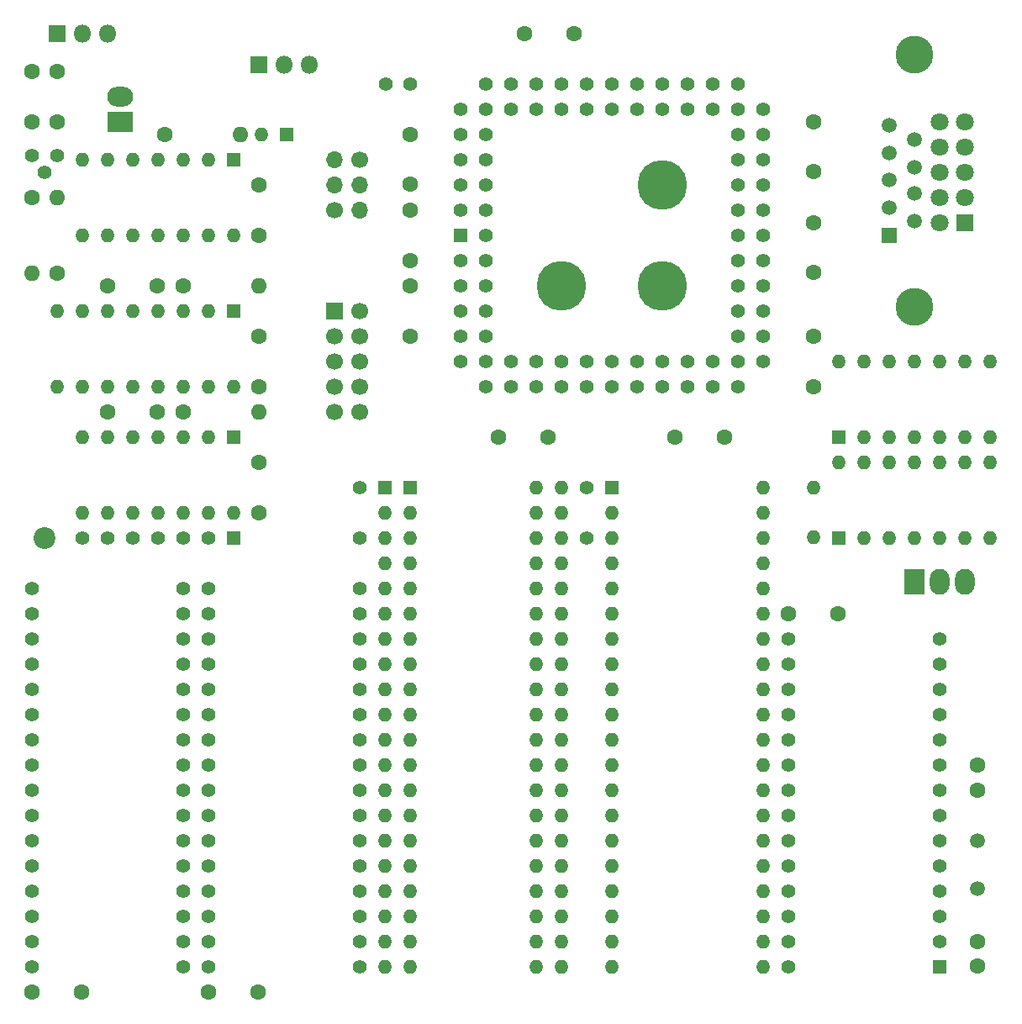
<source format=gbr>
%TF.GenerationSoftware,KiCad,Pcbnew,5.1.5*%
%TF.CreationDate,2020-05-07T02:59:33+02:00*%
%TF.ProjectId,superpet,73757065-7270-4657-942e-6b696361645f,rev?*%
%TF.SameCoordinates,PX2edf448PY2f17140*%
%TF.FileFunction,Soldermask,Top*%
%TF.FilePolarity,Negative*%
%FSLAX46Y46*%
G04 Gerber Fmt 4.6, Leading zero omitted, Abs format (unit mm)*
G04 Created by KiCad (PCBNEW 5.1.5) date 2020-05-07 02:59:33*
%MOMM*%
%LPD*%
G04 APERTURE LIST*
%ADD10C,5.000000*%
%ADD11O,1.800000X1.800000*%
%ADD12R,1.800000X1.800000*%
%ADD13R,1.422400X1.422400*%
%ADD14O,1.422400X1.422400*%
%ADD15C,3.810000*%
%ADD16R,1.520000X1.520000*%
%ADD17C,1.520000*%
%ADD18C,1.422400*%
%ADD19R,1.700000X1.700000*%
%ADD20C,1.700000*%
%ADD21C,1.400000*%
%ADD22C,1.500000*%
%ADD23R,2.600000X2.000000*%
%ADD24O,2.600000X2.000000*%
%ADD25C,1.600000*%
%ADD26O,1.600000X1.600000*%
%ADD27C,2.200000*%
%ADD28O,1.700000X1.700000*%
%ADD29C,1.800000*%
%ADD30O,2.000000X2.600000*%
%ADD31R,2.000000X2.600000*%
G04 APERTURE END LIST*
D10*
X65151000Y-26822400D03*
X65151000Y-16662400D03*
X54991000Y-26822400D03*
D11*
X9271000Y-1422400D03*
X6731000Y-1422400D03*
D12*
X4191000Y-1422400D03*
D13*
X82931000Y-42062400D03*
D14*
X98171000Y-34442400D03*
X85471000Y-42062400D03*
X95631000Y-34442400D03*
X88011000Y-42062400D03*
X93091000Y-34442400D03*
X90551000Y-42062400D03*
X90551000Y-34442400D03*
X93091000Y-42062400D03*
X88011000Y-34442400D03*
X95631000Y-42062400D03*
X85471000Y-34442400D03*
X98171000Y-42062400D03*
X82931000Y-34442400D03*
D15*
X90551000Y-28994100D03*
X90551000Y-3594100D03*
D16*
X88011000Y-21754100D03*
D17*
X88011000Y-18964100D03*
X88011000Y-16164100D03*
X88011000Y-13504100D03*
X88011000Y-10704100D03*
X90551000Y-12104100D03*
X90551000Y-14894100D03*
X90551000Y-17564100D03*
X90551000Y-20354100D03*
D18*
X47371000Y-21742400D03*
X47371000Y-24282400D03*
X47371000Y-26822400D03*
X47371000Y-29362400D03*
X47371000Y-31902400D03*
X47371000Y-19202400D03*
X47371000Y-16662400D03*
X47371000Y-14122400D03*
X47371000Y-11582400D03*
X47371000Y-9042400D03*
X47371000Y-6502400D03*
D13*
X44831000Y-21742400D03*
D18*
X44831000Y-24282400D03*
X44831000Y-26822400D03*
X44831000Y-29362400D03*
X44831000Y-31902400D03*
X44831000Y-34442400D03*
X44831000Y-19202400D03*
X44831000Y-16662400D03*
X44831000Y-14122400D03*
X44831000Y-11582400D03*
X44831000Y-9042400D03*
X47371000Y-34442400D03*
X49911000Y-34442400D03*
X52451000Y-34442400D03*
X54991000Y-34442400D03*
X57531000Y-34442400D03*
X60071000Y-34442400D03*
X62611000Y-34442400D03*
X65151000Y-34442400D03*
X67691000Y-34442400D03*
X70231000Y-34442400D03*
X47371000Y-36982400D03*
X49911000Y-36982400D03*
X52451000Y-36982400D03*
X54991000Y-36982400D03*
X57531000Y-36982400D03*
X60071000Y-36982400D03*
X62611000Y-36982400D03*
X65151000Y-36982400D03*
X67691000Y-36982400D03*
X70231000Y-36982400D03*
X72771000Y-36982400D03*
X72771000Y-34442400D03*
X72771000Y-31902400D03*
X72771000Y-29362400D03*
X72771000Y-26822400D03*
X72771000Y-24282400D03*
X72771000Y-21742400D03*
X72771000Y-19202400D03*
X72771000Y-16662400D03*
X72771000Y-14122400D03*
X72771000Y-11582400D03*
X75311000Y-34442400D03*
X75311000Y-31902400D03*
X75311000Y-29362400D03*
X75311000Y-26822400D03*
X75311000Y-24282400D03*
X75311000Y-21742400D03*
X75311000Y-19202400D03*
X75311000Y-16662400D03*
X75311000Y-14122400D03*
X75311000Y-11582400D03*
X75311000Y-9042400D03*
X72771000Y-9042400D03*
X70231000Y-9042400D03*
X67691000Y-9042400D03*
X65151000Y-9042400D03*
X62611000Y-9042400D03*
X60071000Y-9042400D03*
X57531000Y-9042400D03*
X54991000Y-9042400D03*
X52451000Y-9042400D03*
X49911000Y-9042400D03*
X72771000Y-6502400D03*
X70231000Y-6502400D03*
X67691000Y-6502400D03*
X65151000Y-6502400D03*
X62611000Y-6502400D03*
X60071000Y-6502400D03*
X57531000Y-6502400D03*
X54991000Y-6502400D03*
X52451000Y-6502400D03*
X49911000Y-6502400D03*
D19*
X32131000Y-29362400D03*
D20*
X34671000Y-29362400D03*
X32131000Y-31902400D03*
X34671000Y-31902400D03*
X32131000Y-34442400D03*
X34671000Y-34442400D03*
X32131000Y-36982400D03*
X34671000Y-36982400D03*
X32131000Y-39522400D03*
X34671000Y-39522400D03*
D13*
X37211000Y-47142400D03*
D14*
X52451000Y-95402400D03*
X37211000Y-49682400D03*
X52451000Y-92862400D03*
X37211000Y-52222400D03*
X52451000Y-90322400D03*
X37211000Y-54762400D03*
X52451000Y-87782400D03*
X37211000Y-57302400D03*
X52451000Y-85242400D03*
X37211000Y-59842400D03*
X52451000Y-82702400D03*
X37211000Y-62382400D03*
X52451000Y-80162400D03*
X37211000Y-64922400D03*
X52451000Y-77622400D03*
X37211000Y-67462400D03*
X52451000Y-75082400D03*
X37211000Y-70002400D03*
X52451000Y-72542400D03*
X37211000Y-72542400D03*
X52451000Y-70002400D03*
X37211000Y-75082400D03*
X52451000Y-67462400D03*
X37211000Y-77622400D03*
X52451000Y-64922400D03*
X37211000Y-80162400D03*
X52451000Y-62382400D03*
X37211000Y-82702400D03*
X52451000Y-59842400D03*
X37211000Y-85242400D03*
X52451000Y-57302400D03*
X37211000Y-87782400D03*
X52451000Y-54762400D03*
X37211000Y-90322400D03*
X52451000Y-52222400D03*
X37211000Y-92862400D03*
X52451000Y-49682400D03*
X37211000Y-95402400D03*
X52451000Y-47142400D03*
D13*
X39751000Y-47142400D03*
D14*
X54991000Y-95402400D03*
X39751000Y-49682400D03*
X54991000Y-92862400D03*
X39751000Y-52222400D03*
X54991000Y-90322400D03*
X39751000Y-54762400D03*
X54991000Y-87782400D03*
X39751000Y-57302400D03*
X54991000Y-85242400D03*
X39751000Y-59842400D03*
X54991000Y-82702400D03*
X39751000Y-62382400D03*
X54991000Y-80162400D03*
X39751000Y-64922400D03*
X54991000Y-77622400D03*
X39751000Y-67462400D03*
X54991000Y-75082400D03*
X39751000Y-70002400D03*
X54991000Y-72542400D03*
X39751000Y-72542400D03*
X54991000Y-70002400D03*
X39751000Y-75082400D03*
X54991000Y-67462400D03*
X39751000Y-77622400D03*
X54991000Y-64922400D03*
X39751000Y-80162400D03*
X54991000Y-62382400D03*
X39751000Y-82702400D03*
X54991000Y-59842400D03*
X39751000Y-85242400D03*
X54991000Y-57302400D03*
X39751000Y-87782400D03*
X54991000Y-54762400D03*
X39751000Y-90322400D03*
X54991000Y-52222400D03*
X39751000Y-92862400D03*
X54991000Y-49682400D03*
X39751000Y-95402400D03*
X54991000Y-47142400D03*
D13*
X60071000Y-47142400D03*
D14*
X75311000Y-95402400D03*
X60071000Y-49682400D03*
X75311000Y-92862400D03*
X60071000Y-52222400D03*
X75311000Y-90322400D03*
X60071000Y-54762400D03*
X75311000Y-87782400D03*
X60071000Y-57302400D03*
X75311000Y-85242400D03*
X60071000Y-59842400D03*
X75311000Y-82702400D03*
X60071000Y-62382400D03*
X75311000Y-80162400D03*
X60071000Y-64922400D03*
X75311000Y-77622400D03*
X60071000Y-67462400D03*
X75311000Y-75082400D03*
X60071000Y-70002400D03*
X75311000Y-72542400D03*
X60071000Y-72542400D03*
X75311000Y-70002400D03*
X60071000Y-75082400D03*
X75311000Y-67462400D03*
X60071000Y-77622400D03*
X75311000Y-64922400D03*
X60071000Y-80162400D03*
X75311000Y-62382400D03*
X60071000Y-82702400D03*
X75311000Y-59842400D03*
X60071000Y-85242400D03*
X75311000Y-57302400D03*
X60071000Y-87782400D03*
X75311000Y-54762400D03*
X60071000Y-90322400D03*
X75311000Y-52222400D03*
X60071000Y-92862400D03*
X75311000Y-49682400D03*
X60071000Y-95402400D03*
X75311000Y-47142400D03*
D13*
X21971000Y-29362400D03*
D14*
X4191000Y-36982400D03*
X19431000Y-29362400D03*
X6731000Y-36982400D03*
X16891000Y-29362400D03*
X9271000Y-36982400D03*
X14351000Y-29362400D03*
X11811000Y-36982400D03*
X11811000Y-29362400D03*
X14351000Y-36982400D03*
X9271000Y-29362400D03*
X16891000Y-36982400D03*
X6731000Y-29362400D03*
X19431000Y-36982400D03*
X4191000Y-29362400D03*
X21971000Y-36982400D03*
D13*
X21971000Y-14122400D03*
D14*
X6731000Y-21742400D03*
X19431000Y-14122400D03*
X9271000Y-21742400D03*
X16891000Y-14122400D03*
X11811000Y-21742400D03*
X14351000Y-14122400D03*
X14351000Y-21742400D03*
X11811000Y-14122400D03*
X16891000Y-21742400D03*
X9271000Y-14122400D03*
X19431000Y-21742400D03*
X6731000Y-14122400D03*
X21971000Y-21742400D03*
D21*
X2921000Y-15392400D03*
X1591000Y-13722400D03*
X4191000Y-13722400D03*
D22*
X96901000Y-82702400D03*
X96901000Y-87582400D03*
D13*
X21971000Y-42062400D03*
D14*
X6731000Y-49682400D03*
X19431000Y-42062400D03*
X9271000Y-49682400D03*
X16891000Y-42062400D03*
X11811000Y-49682400D03*
X14351000Y-42062400D03*
X14351000Y-49682400D03*
X11811000Y-42062400D03*
X16891000Y-49682400D03*
X9271000Y-42062400D03*
X19431000Y-49682400D03*
X6731000Y-42062400D03*
X21971000Y-49682400D03*
D23*
X10541000Y-10312400D03*
D24*
X10541000Y-7772400D03*
D25*
X16891000Y-39522400D03*
D26*
X24511000Y-39522400D03*
D25*
X16891000Y-26822400D03*
D26*
X24511000Y-26822400D03*
D25*
X4191000Y-25552400D03*
D26*
X4191000Y-17932400D03*
D25*
X1651000Y-17932400D03*
D26*
X1651000Y-25552400D03*
D27*
X2921000Y-52222400D03*
D20*
X32131000Y-19202400D03*
D28*
X32131000Y-16662400D03*
X34671000Y-19202400D03*
D20*
X34671000Y-14122400D03*
D28*
X34671000Y-16662400D03*
X32131000Y-14122400D03*
D25*
X4191000Y-10312400D03*
X4191000Y-5312400D03*
X1651000Y-10312400D03*
X1651000Y-5312400D03*
X39751000Y-26902400D03*
X39751000Y-31902400D03*
X48641000Y-42062400D03*
X53641000Y-42062400D03*
X66421000Y-42062400D03*
X71421000Y-42062400D03*
X80391000Y-31982400D03*
X80391000Y-36982400D03*
X80391000Y-20472400D03*
X80391000Y-25472400D03*
X80391000Y-10312400D03*
X80391000Y-15312400D03*
X56261000Y-1422400D03*
X51261000Y-1422400D03*
X39751000Y-11582400D03*
X39751000Y-16582400D03*
D14*
X80391000Y-47142400D03*
X80391000Y-52142400D03*
D25*
X24511000Y-49682400D03*
X24511000Y-44682400D03*
X24511000Y-36982400D03*
X24511000Y-31982400D03*
X24511000Y-21742400D03*
X24511000Y-16742400D03*
X1651000Y-97942400D03*
X6651000Y-97942400D03*
X19431000Y-97942400D03*
X24431000Y-97942400D03*
X77851000Y-59842400D03*
X82851000Y-59842400D03*
X9271000Y-26822400D03*
X14271000Y-26822400D03*
X9271000Y-39522400D03*
X14271000Y-39522400D03*
X39751000Y-24282400D03*
X39751000Y-19282400D03*
D29*
X93091000Y-10312400D03*
D12*
X95631000Y-20472400D03*
D29*
X93091000Y-12852400D03*
X95631000Y-17932400D03*
X93091000Y-15392400D03*
X95631000Y-15392400D03*
X93091000Y-17932400D03*
X95631000Y-12852400D03*
X93091000Y-20472400D03*
X95631000Y-10312400D03*
D13*
X82931000Y-52222400D03*
D14*
X98171000Y-44602400D03*
X85471000Y-52222400D03*
X95631000Y-44602400D03*
X88011000Y-52222400D03*
X93091000Y-44602400D03*
X90551000Y-52222400D03*
X90551000Y-44602400D03*
X93091000Y-52222400D03*
X88011000Y-44602400D03*
X95631000Y-52222400D03*
X85471000Y-44602400D03*
X98171000Y-52222400D03*
X82931000Y-44602400D03*
D18*
X77851000Y-95402400D03*
D13*
X93091000Y-95402400D03*
D18*
X77851000Y-92862400D03*
X93091000Y-92862400D03*
X77851000Y-90322400D03*
X93091000Y-90322400D03*
X77851000Y-87782400D03*
X93091000Y-87782400D03*
X77851000Y-85242400D03*
X93091000Y-85242400D03*
X77851000Y-82702400D03*
X93091000Y-82702400D03*
X77851000Y-80162400D03*
X93091000Y-80162400D03*
X77851000Y-77622400D03*
X93091000Y-77622400D03*
X77851000Y-75082400D03*
X93091000Y-75082400D03*
X77851000Y-72542400D03*
X93091000Y-72542400D03*
X77851000Y-70002400D03*
X93091000Y-70002400D03*
X77851000Y-67462400D03*
X93091000Y-67462400D03*
X77851000Y-64922400D03*
X93091000Y-64922400D03*
X77851000Y-62382400D03*
X93091000Y-62382400D03*
X1651000Y-95402400D03*
X16891000Y-95402400D03*
X1651000Y-92862400D03*
X16891000Y-92862400D03*
X1651000Y-90322400D03*
X16891000Y-90322400D03*
X1651000Y-87782400D03*
X16891000Y-87782400D03*
X1651000Y-85242400D03*
X16891000Y-85242400D03*
X1651000Y-82702400D03*
X16891000Y-82702400D03*
X1651000Y-80162400D03*
X16891000Y-80162400D03*
X1651000Y-77622400D03*
X16891000Y-77622400D03*
X1651000Y-75082400D03*
X16891000Y-75082400D03*
X1651000Y-72542400D03*
X16891000Y-72542400D03*
X1651000Y-70002400D03*
X16891000Y-70002400D03*
X1651000Y-67462400D03*
X16891000Y-67462400D03*
X1651000Y-64922400D03*
X16891000Y-64922400D03*
X1651000Y-62382400D03*
X16891000Y-62382400D03*
X1651000Y-59842400D03*
X16891000Y-59842400D03*
X1651000Y-57302400D03*
X16891000Y-57302400D03*
X19431000Y-95402400D03*
X34671000Y-95402400D03*
X19431000Y-92862400D03*
X34671000Y-92862400D03*
X19431000Y-90322400D03*
X34671000Y-90322400D03*
X19431000Y-87782400D03*
X34671000Y-87782400D03*
X19431000Y-85242400D03*
X34671000Y-85242400D03*
X19431000Y-82702400D03*
X34671000Y-82702400D03*
X19431000Y-80162400D03*
X34671000Y-80162400D03*
X19431000Y-77622400D03*
X34671000Y-77622400D03*
X19431000Y-75082400D03*
X34671000Y-75082400D03*
X19431000Y-72542400D03*
X34671000Y-72542400D03*
X19431000Y-70002400D03*
X34671000Y-70002400D03*
X19431000Y-67462400D03*
X34671000Y-67462400D03*
X19431000Y-64922400D03*
X34671000Y-64922400D03*
X19431000Y-62382400D03*
X34671000Y-62382400D03*
X19431000Y-59842400D03*
X34671000Y-59842400D03*
X19431000Y-57302400D03*
X34671000Y-57302400D03*
X57531000Y-52222400D03*
X57531000Y-47142400D03*
X34671000Y-52222400D03*
X34671000Y-47142400D03*
D13*
X21971000Y-52222400D03*
D18*
X19431000Y-52222400D03*
X16891000Y-52222400D03*
X14351000Y-52222400D03*
X11811000Y-52222400D03*
X9271000Y-52222400D03*
X6731000Y-52222400D03*
X39751000Y-6502400D03*
X37251000Y-6502400D03*
D13*
X27305000Y-11582400D03*
D14*
X24765000Y-11582400D03*
D25*
X14986000Y-11582400D03*
D26*
X22606000Y-11582400D03*
D30*
X95631000Y-56667400D03*
X93091000Y-56667400D03*
D31*
X90551000Y-56667400D03*
D25*
X96901000Y-95362400D03*
X96901000Y-92862400D03*
X96901000Y-77622400D03*
X96901000Y-75122400D03*
D12*
X24511000Y-4597400D03*
D11*
X27051000Y-4597400D03*
X29591000Y-4597400D03*
M02*

</source>
